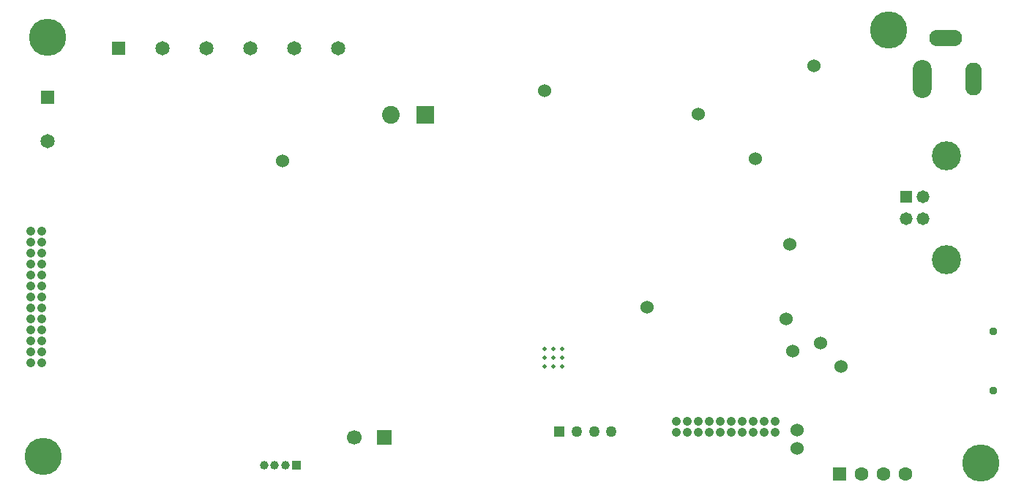
<source format=gbr>
%TF.GenerationSoftware,KiCad,Pcbnew,(6.0.5)*%
%TF.CreationDate,2022-05-28T08:22:02-07:00*%
%TF.ProjectId,Engine-Controller,456e6769-6e65-42d4-936f-6e74726f6c6c,1.0*%
%TF.SameCoordinates,Original*%
%TF.FileFunction,Soldermask,Bot*%
%TF.FilePolarity,Negative*%
%FSLAX46Y46*%
G04 Gerber Fmt 4.6, Leading zero omitted, Abs format (unit mm)*
G04 Created by KiCad (PCBNEW (6.0.5)) date 2022-05-28 08:22:02*
%MOMM*%
%LPD*%
G01*
G04 APERTURE LIST*
%ADD10O,2.200000X4.400000*%
%ADD11O,1.900000X3.800000*%
%ADD12O,3.800000X1.900000*%
%ADD13C,4.300000*%
%ADD14R,1.478000X1.478000*%
%ADD15C,1.478000*%
%ADD16C,3.366000*%
%ADD17C,1.066800*%
%ADD18C,0.950000*%
%ADD19R,2.050000X2.050000*%
%ADD20C,2.050000*%
%ADD21R,1.700000X1.700000*%
%ADD22C,1.700000*%
%ADD23R,1.008000X1.008000*%
%ADD24C,1.008000*%
%ADD25R,1.650000X1.650000*%
%ADD26C,1.650000*%
%ADD27C,0.500000*%
%ADD28R,1.258000X1.258000*%
%ADD29C,1.258000*%
%ADD30R,1.605000X1.605000*%
%ADD31C,1.605000*%
%ADD32C,1.524000*%
G04 APERTURE END LIST*
D10*
%TO.C,P1*%
X192443200Y-104546400D03*
D11*
X198398200Y-104546400D03*
D12*
X195148200Y-99856400D03*
%TD*%
D13*
%TO.C,H1*%
X91262200Y-99720400D03*
%TD*%
D14*
%TO.C,P5*%
X190574500Y-118231600D03*
D15*
X190574500Y-120731600D03*
X192574500Y-120731600D03*
X192574500Y-118231600D03*
D16*
X195284500Y-125501600D03*
X195284500Y-113461600D03*
%TD*%
D17*
%TO.C,P3*%
X175463200Y-144159350D03*
X175463200Y-145429350D03*
X174193200Y-144159350D03*
X174193200Y-145429350D03*
X172923200Y-144159350D03*
X172923200Y-145429350D03*
X171653200Y-144159350D03*
X171653200Y-145429350D03*
X170383200Y-144159350D03*
X170383200Y-145429350D03*
X169113200Y-144159350D03*
X169113200Y-145429350D03*
X167843200Y-144159350D03*
X167843200Y-145429350D03*
X166573200Y-144159350D03*
X166573200Y-145429350D03*
X165303200Y-144159350D03*
X165303200Y-145429350D03*
X164033200Y-144159350D03*
X164033200Y-145429350D03*
%TD*%
D18*
%TO.C,P4*%
X200634600Y-133810800D03*
X200634600Y-140610800D03*
%TD*%
D17*
%TO.C,P8*%
X90627200Y-137439400D03*
X89357200Y-137439400D03*
X90627200Y-136169400D03*
X89357200Y-136169400D03*
X90627200Y-134899400D03*
X89357200Y-134899400D03*
X90627200Y-133629400D03*
X89357200Y-133629400D03*
X90627200Y-132359400D03*
X89357200Y-132359400D03*
X90627200Y-131089400D03*
X89357200Y-131089400D03*
X90627200Y-129819400D03*
X89357200Y-129819400D03*
X90627200Y-128549400D03*
X89357200Y-128549400D03*
X90627200Y-127279400D03*
X89357200Y-127279400D03*
X90627200Y-126009400D03*
X89357200Y-126009400D03*
X90627200Y-124739400D03*
X89357200Y-124739400D03*
X90627200Y-123469400D03*
X89357200Y-123469400D03*
X90627200Y-122199400D03*
X89357200Y-122199400D03*
%TD*%
D13*
%TO.C,H6*%
X199263000Y-148971000D03*
%TD*%
%TO.C,H5*%
X90754200Y-148234400D03*
%TD*%
D19*
%TO.C,P7*%
X134991700Y-108682900D03*
D20*
X131031700Y-108682900D03*
%TD*%
D21*
%TO.C,P11*%
X130251200Y-146011900D03*
D22*
X126751199Y-146011900D03*
%TD*%
D23*
%TO.C,P17*%
X120061200Y-149250400D03*
D24*
X118811200Y-149250400D03*
X117561200Y-149250400D03*
X116311200Y-149250400D03*
%TD*%
D25*
%TO.C,P2*%
X99517200Y-100990400D03*
D26*
X104597200Y-100990400D03*
X109677200Y-100990400D03*
X114757200Y-100990400D03*
X119837200Y-100990400D03*
X124917200Y-100990400D03*
%TD*%
D27*
%TO.C,U14*%
X148809200Y-135804400D03*
X149809200Y-135804400D03*
X150809200Y-135804400D03*
X148809200Y-136804400D03*
X149809200Y-136804400D03*
X150809200Y-136804400D03*
X148809200Y-137804400D03*
X149809200Y-137804400D03*
X150809200Y-137804400D03*
%TD*%
D13*
%TO.C,H4*%
X188569600Y-98907600D03*
%TD*%
D28*
%TO.C,P6*%
X150492200Y-145326400D03*
D29*
X152492200Y-145326400D03*
X154492200Y-145326400D03*
X156492200Y-145326400D03*
%TD*%
D30*
%TO.C,P18*%
X182905400Y-150266400D03*
D31*
X185445400Y-150266400D03*
X187985400Y-150266400D03*
X190525400Y-150266400D03*
%TD*%
D25*
%TO.C,P10*%
X91262200Y-106705400D03*
D26*
X91262200Y-111785400D03*
%TD*%
D32*
%TO.C,TP1*%
X160604200Y-130962400D03*
%TD*%
%TO.C,TP3*%
X178003200Y-147345400D03*
%TD*%
%TO.C,TP4*%
X166573200Y-108610400D03*
%TD*%
%TO.C,TP5*%
X178003200Y-145186400D03*
%TD*%
%TO.C,TP10*%
X148793200Y-105943400D03*
%TD*%
%TO.C,TP2*%
X179908200Y-103022400D03*
%TD*%
%TO.C,TP11*%
X173164500Y-113779300D03*
%TD*%
%TO.C,TP8*%
X118440200Y-114071400D03*
%TD*%
%TO.C,TP9*%
X183083200Y-137820400D03*
%TD*%
%TO.C,TP13*%
X177114200Y-123723400D03*
%TD*%
%TO.C,TP6*%
X176733200Y-132359400D03*
%TD*%
%TO.C,TP7*%
X177495200Y-136042400D03*
%TD*%
%TO.C,TP12*%
X180670200Y-135153400D03*
%TD*%
M02*

</source>
